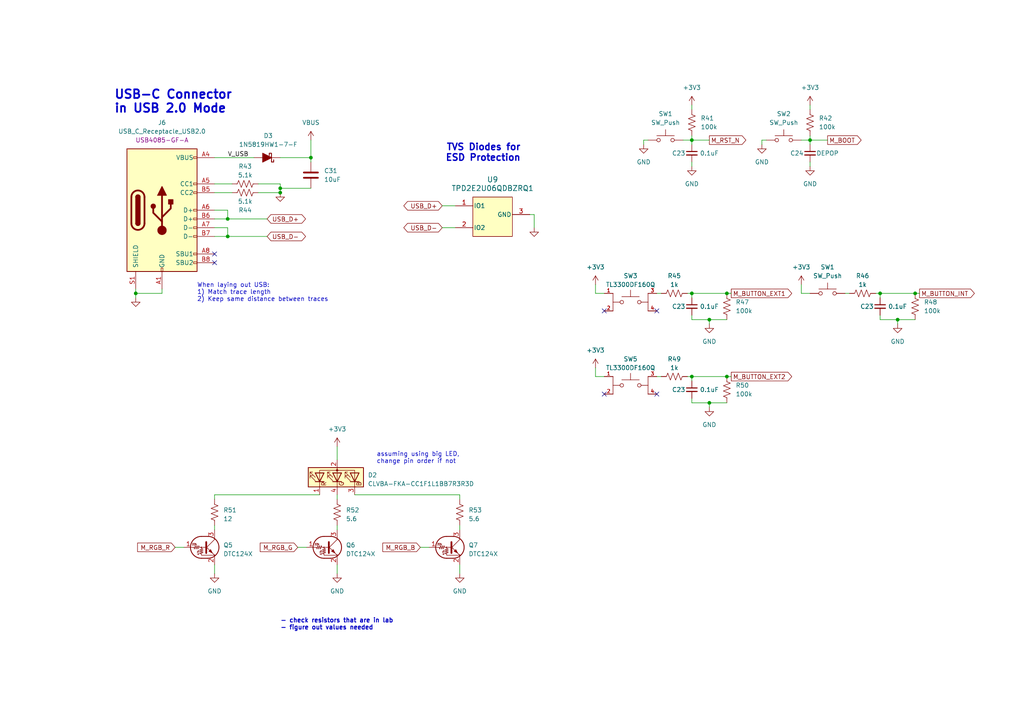
<source format=kicad_sch>
(kicad_sch (version 20230121) (generator eeschema)
  (paper "A4")
  (title_block (title "BoardLock Schematic") (rev "Rev1") (company "Schetmatic"))
  (lib_symbols
    (symbol "Connector:USB_C_Receptacle_USB2.0" (pin_names (offset 1.016))
      (property "Reference" "J?" (at 0 25.4 0))
      (property "Value" "USB_C_Receptacle_USB2.0" (at 0 22.86 0))
      (property "MFN Part #" "DX07S016JA1R1500" (at 0 20.32 0))
      (symbol "USB_C_Receptacle_USB2.0_0_0"
        (rectangle (start -0.254 -17.78) (end 0.254 -16.764))
        (rectangle (start 10.16 -14.986) (end 9.144 -15.494))
        (rectangle (start 10.16 -12.446) (end 9.144 -12.954))
        (rectangle (start 10.16 -7.366) (end 9.144 -7.874))
        (rectangle (start 10.16 -4.826) (end 9.144 -5.334))
        (rectangle (start 10.16 -2.286) (end 9.144 -2.794))
        (rectangle (start 10.16 0.254) (end 9.144 -0.254))
        (rectangle (start 10.16 5.334) (end 9.144 4.826))
        (rectangle (start 10.16 7.874) (end 9.144 7.366))
        (rectangle (start 10.16 15.494) (end 9.144 14.986))
      )
      (symbol "USB_C_Receptacle_USB2.0_0_1"
        (rectangle (start -10.16 17.78) (end 10.16 -17.78) (stroke (width 0.254)) (fill (type background)))
        (arc (start -8.89 -3.81) (mid -6.985 -5.7067) (end -5.08 -3.81) (stroke (width 0.508)))
        (arc (start -7.62 -3.81) (mid -6.985 -4.4423) (end -6.35 -3.81) (stroke (width 0.254)))
        (arc (start -7.62 -3.81) (mid -6.985 -4.4423) (end -6.35 -3.81) (stroke (width 0.254)) (fill (type outline)))
        (rectangle (start -7.62 -3.81) (end -6.35 3.81) (stroke (width 0.254)) (fill (type outline)))
        (arc (start -6.35 3.81) (mid -6.985 4.4423) (end -7.62 3.81) (stroke (width 0.254)))
        (arc (start -6.35 3.81) (mid -6.985 4.4423) (end -7.62 3.81) (stroke (width 0.254)) (fill (type outline)))
        (arc (start -5.08 3.81) (mid -6.985 5.7067) (end -8.89 3.81) (stroke (width 0.508)))
        (circle (center -2.54 1.143) (radius 0.635) (stroke (width 0.254)) (fill (type outline)))
        (circle (center 0 -5.842) (radius 1.27) (fill (type outline)))
        (polyline (pts (xy -8.89 -3.81) (xy -8.89 3.81)) (stroke (width 0.508)))
        (polyline (pts (xy -5.08 3.81) (xy -5.08 -3.81)) (stroke (width 0.508)))
        (polyline (pts (xy 0 -5.842) (xy 0 4.318)) (stroke (width 0.508)))
        (polyline (pts (xy 0 -3.302) (xy -2.54 -0.762) (xy -2.54 0.508)) (stroke (width 0.508)))
        (polyline (pts (xy 0 -2.032) (xy 2.54 0.508) (xy 2.54 1.778)) (stroke (width 0.508)))
        (polyline (pts (xy -1.27 4.318) (xy 0 6.858) (xy 1.27 4.318) (xy -1.27 4.318)) (stroke (width 0.254)) (fill (type outline)))
        (rectangle (start 1.905 1.778) (end 3.175 3.048) (stroke (width 0.254)) (fill (type outline)))
      )
      (symbol "USB_C_Receptacle_USB2.0_1_1"
        (pin passive line (at 0 -22.86 90) (length 5.08) (name "GND") (number "A1"))
        (pin passive line (at 0 -22.86 90) (length 5.08) hide (name "GND") (number "A12"))
        (pin passive line (at 15.24 15.24 180) (length 5.08) (name "VBUS") (number "A4"))
        (pin bidirectional line (at 15.24 7.62 180) (length 5.08) (name "CC1") (number "A5"))
        (pin bidirectional line (at 15.24 0 180) (length 5.08) (name "D+") (number "A6"))
        (pin bidirectional line (at 15.24 -5.08 180) (length 5.08) (name "D-") (number "A7"))
        (pin bidirectional line (at 15.24 -12.7 180) (length 5.08) (name "SBU1") (number "A8"))
        (pin passive line (at 15.24 15.24 180) (length 5.08) hide (name "VBUS") (number "A9"))
        (pin passive line (at 0 -22.86 90) (length 5.08) hide (name "GND") (number "B1"))
        (pin passive line (at 0 -22.86 90) (length 5.08) hide (name "GND") (number "B12"))
        (pin passive line (at 15.24 15.24 180) (length 5.08) hide (name "VBUS") (number "B4"))
        (pin bidirectional line (at 15.24 5.08 180) (length 5.08) (name "CC2") (number "B5"))
        (pin bidirectional line (at 15.24 -2.54 180) (length 5.08) (name "D+") (number "B6"))
        (pin bidirectional line (at 15.24 -7.62 180) (length 5.08) (name "D-") (number "B7"))
        (pin bidirectional line (at 15.24 -15.24 180) (length 5.08) (name "SBU2") (number "B8"))
        (pin passive line (at 15.24 15.24 180) (length 5.08) hide (name "VBUS") (number "B9"))
        (pin passive line (at -7.62 -22.86 90) (length 5.08) (name "SHIELD") (number "S1"))
      )
    )
    (symbol "Device:C" (pin_numbers hide) (pin_names (offset 0.254))
      (property "Reference" "C" (at 0.635 2.54 0))
      (property "Value" "C" (at 0.635 -2.54 0))
      (symbol "C_0_1"
        (polyline (pts (xy -2.032 -0.762) (xy 2.032 -0.762)) (stroke (width 0.508)))
        (polyline (pts (xy -2.032 0.762) (xy 2.032 0.762)) (stroke (width 0.508)))
      )
      (symbol "C_1_1"
        (pin passive line (at 0 3.81 270) (length 2.794) (name "~") (number "1"))
        (pin passive line (at 0 -3.81 90) (length 2.794) (name "~") (number "2"))
      )
    )
    (symbol "Device:C_Small" (pin_numbers hide) (pin_names (offset 0.254) hide)
      (property "Reference" "C" (at 0.254 1.778 0))
      (property "Value" "C_Small" (at 0.254 -2.032 0))
      (symbol "C_Small_0_1"
        (polyline (pts (xy -1.524 -0.508) (xy 1.524 -0.508)) (stroke (width 0.3302)))
        (polyline (pts (xy -1.524 0.508) (xy 1.524 0.508)) (stroke (width 0.3048)))
      )
      (symbol "C_Small_1_1"
        (pin passive line (at 0 2.54 270) (length 2.032) (name "~") (number "1"))
        (pin passive line (at 0 -2.54 90) (length 2.032) (name "~") (number "2"))
      )
    )
    (symbol "Device:D_Schottky_Filled" (pin_numbers hide) (pin_names (offset 1.016) hide)
      (property "Reference" "D" (at 0 2.54 0))
      (property "Value" "D_Schottky_Filled" (at 0 -2.54 0))
      (symbol "D_Schottky_Filled_0_1"
        (polyline (pts (xy 1.27 0) (xy -1.27 0)))
        (polyline (pts (xy 1.27 1.27) (xy 1.27 -1.27) (xy -1.27 0) (xy 1.27 1.27)) (stroke (width 0.254)) (fill (type outline)))
        (polyline (pts (xy -1.905 0.635) (xy -1.905 1.27) (xy -1.27 1.27) (xy -1.27 -1.27) (xy -0.635 -1.27) (xy -0.635 -0.635)) (stroke (width 0.254)))
      )
      (symbol "D_Schottky_Filled_1_1"
        (pin passive line (at -3.81 0 0) (length 2.54) (name "K") (number "1"))
        (pin passive line (at 3.81 0 180) (length 2.54) (name "A") (number "2"))
      )
    )
    (symbol "Device:LED_RABG" (pin_names (offset 0) hide)
      (property "Reference" "D" (at 0 9.398 0))
      (property "Value" "LED_RABG" (at 0 -8.89 0))
      (symbol "LED_RABG_0_0"
        (text "B" (at -1.905 -6.35 0) (effects (font (size 1.27 1.27))))
        (text "G" (at -1.905 -1.27 0) (effects (font (size 1.27 1.27))))
        (text "R" (at -1.905 3.81 0) (effects (font (size 1.27 1.27))))
      )
      (symbol "LED_RABG_0_1"
        (polyline (pts (xy -1.27 -5.08) (xy -2.54 -5.08)))
        (polyline (pts (xy -1.27 -5.08) (xy 1.27 -5.08)))
        (polyline (pts (xy -1.27 -3.81) (xy -1.27 -6.35)) (stroke (width 0.254)))
        (polyline (pts (xy -1.27 0) (xy -2.54 0)))
        (polyline (pts (xy -1.27 1.27) (xy -1.27 -1.27)) (stroke (width 0.254)))
        (polyline (pts (xy -1.27 5.08) (xy -2.54 5.08)))
        (polyline (pts (xy -1.27 5.08) (xy 1.27 5.08)))
        (polyline (pts (xy -1.27 6.35) (xy -1.27 3.81)) (stroke (width 0.254)))
        (polyline (pts (xy 1.27 0) (xy -1.27 0)))
        (polyline (pts (xy 1.27 0) (xy 2.54 0)))
        (polyline (pts (xy -1.27 1.27) (xy -1.27 -1.27) (xy -1.27 -1.27)))
        (polyline (pts (xy -1.27 6.35) (xy -1.27 3.81) (xy -1.27 3.81)))
        (polyline (pts (xy 1.27 -5.08) (xy 2.032 -5.08) (xy 2.032 5.08) (xy 1.27 5.08)))
        (polyline (pts (xy 1.27 -3.81) (xy 1.27 -6.35) (xy -1.27 -5.08) (xy 1.27 -3.81)) (stroke (width 0.254)))
        (polyline (pts (xy 1.27 1.27) (xy 1.27 -1.27) (xy -1.27 0) (xy 1.27 1.27)) (stroke (width 0.254)))
        (polyline (pts (xy 1.27 6.35) (xy 1.27 3.81) (xy -1.27 5.08) (xy 1.27 6.35)) (stroke (width 0.254)))
        (polyline (pts (xy -1.016 -3.81) (xy 0.508 -2.286) (xy -0.254 -2.286) (xy 0.508 -2.286) (xy 0.508 -3.048)))
        (polyline (pts (xy -1.016 1.27) (xy 0.508 2.794) (xy -0.254 2.794) (xy 0.508 2.794) (xy 0.508 2.032)))
        (polyline (pts (xy -1.016 6.35) (xy 0.508 7.874) (xy -0.254 7.874) (xy 0.508 7.874) (xy 0.508 7.112)))
        (polyline (pts (xy 0 -3.81) (xy 1.524 -2.286) (xy 0.762 -2.286) (xy 1.524 -2.286) (xy 1.524 -3.048)))
        (polyline (pts (xy 0 1.27) (xy 1.524 2.794) (xy 0.762 2.794) (xy 1.524 2.794) (xy 1.524 2.032)))
        (polyline (pts (xy 0 6.35) (xy 1.524 7.874) (xy 0.762 7.874) (xy 1.524 7.874) (xy 1.524 7.112)))
        (rectangle (start 1.27 -1.27) (end 1.27 1.27))
        (rectangle (start 1.27 1.27) (end 1.27 1.27))
        (rectangle (start 1.27 3.81) (end 1.27 6.35))
        (rectangle (start 1.27 6.35) (end 1.27 6.35))
        (circle (center 2.032 0) (radius 0.254) (fill (type outline)))
        (rectangle (start 2.794 8.382) (end -2.794 -7.62) (stroke (width 0.254)) (fill (type background)))
      )
      (symbol "LED_RABG_1_1"
        (pin passive line (at -5.08 5.08 0) (length 2.54) (name "RK") (number "1"))
        (pin passive line (at 5.08 0 180) (length 2.54) (name "A") (number "2"))
        (pin passive line (at -5.08 -5.08 0) (length 2.54) (name "BK") (number "3"))
        (pin passive line (at -5.08 0 0) (length 2.54) (name "GK") (number "4"))
      )
    )
    (symbol "Device:R_US" (pin_numbers hide) (pin_names (offset 0))
      (property "Reference" "R" (at 2.54 0 90))
      (property "Value" "R_US" (at -2.54 0 90))
      (symbol "R_US_0_1"
        (polyline (pts (xy 0 -2.286) (xy 0 -2.54)))
        (polyline (pts (xy 0 2.286) (xy 0 2.54)))
        (polyline (pts (xy 0 -0.762) (xy 1.016 -1.143) (xy 0 -1.524) (xy -1.016 -1.905) (xy 0 -2.286)))
        (polyline (pts (xy 0 0.762) (xy 1.016 0.381) (xy 0 0) (xy -1.016 -0.381) (xy 0 -0.762)))
        (polyline (pts (xy 0 2.286) (xy 1.016 1.905) (xy 0 1.524) (xy -1.016 1.143) (xy 0 0.762)))
      )
      (symbol "R_US_1_1"
        (pin passive line (at 0 3.81 270) (length 1.27) (name "~") (number "1"))
        (pin passive line (at 0 -3.81 90) (length 1.27) (name "~") (number "2"))
      )
    )
    (symbol "Switch:SW_Push" (pin_numbers hide) (pin_names (offset 1.016) hide)
      (property "Reference" "SW" (at 1.27 2.54 0))
      (property "Value" "SW_Push" (at 0 -1.524 0))
      (symbol "SW_Push_0_1"
        (circle (center -2.032 0) (radius 0.508))
        (polyline (pts (xy 0 1.27) (xy 0 3.048)))
        (polyline (pts (xy 2.54 1.27) (xy -2.54 1.27)))
        (circle (center 2.032 0) (radius 0.508))
        (pin passive line (at -5.08 0 0) (length 2.54) (name "1") (number "1"))
        (pin passive line (at 5.08 0 180) (length 2.54) (name "2") (number "2"))
      )
    )
    (symbol "TL3300DF160Q:TL3300DF160Q" (pin_names (offset 1.016))
      (property "Reference" "S" (at -5.08 5.08 0))
      (property "Value" "TL3300DF160Q" (at -5.08 -5.08 0))
      (symbol "TL3300DF160Q_0_0"
        (circle (center -2.54 0) (radius 0.508) (stroke (width 0.1524)))
        (polyline (pts (xy -5.08 0) (xy -3.048 0)) (stroke (width 0.1524)))
        (polyline (pts (xy -5.08 2.54) (xy -5.08 -2.54)) (stroke (width 0.1524)))
        (polyline (pts (xy -2.54 1.5875) (xy 0 1.5875)) (stroke (width 0.1524)))
        (polyline (pts (xy 0 1.5875) (xy 0 3.4925)) (stroke (width 0.1524)))
        (polyline (pts (xy 0 1.5875) (xy 2.54 1.5875)) (stroke (width 0.1524)))
        (polyline (pts (xy 5.08 0) (xy 3.048 0)) (stroke (width 0.1524)))
        (polyline (pts (xy 5.08 2.54) (xy 5.08 -2.54)) (stroke (width 0.1524)))
        (circle (center 2.54 0) (radius 0.508) (stroke (width 0.1524)))
        (pin passive line (at -7.62 2.54 0) (length 2.54) (name "~") (number "1"))
        (pin passive line (at -7.62 -2.54 0) (length 2.54) (name "~") (number "2"))
        (pin passive line (at 7.62 2.54 180) (length 2.54) (name "~") (number "3"))
        (pin passive line (at 7.62 -2.54 180) (length 2.54) (name "~") (number "4"))
      )
    )
    (symbol "TPD2E2U06QDBZRQ1:TPD2E2U06QDBZRQ1" (pin_names (offset 0.254))
      (property "Reference" "U" (at -5.08 7.62 0))
      (property "Value" "TPD2E2U06QDBZRQ1" (at 0 -13.97 0))
      (symbol "TPD2E2U06QDBZRQ1_0_1"
        (polyline (pts (xy -5.08 -6.35) (xy 6.35 -6.35)) (stroke (width 0.1016)))
        (polyline (pts (xy -5.08 5.08) (xy -5.08 -6.35)) (stroke (width 0.1016)))
        (polyline (pts (xy 6.35 5.08) (xy -5.08 5.08)) (stroke (width 0.1016)))
        (pin unspecified line (at -10.16 2.54 0) (length 5.08) (name "IO1") (number "1"))
        (pin unspecified line (at -10.16 -3.81 0) (length 5.08) (name "IO2") (number "2"))
        (pin power_in line (at 11.43 0 180) (length 5.08) (name "GND") (number "3"))
      )
      (symbol "TPD2E2U06QDBZRQ1_1_1"
        (rectangle (start -5.08 5.08) (end 6.35 -6.35) (fill (type background)))
        (polyline (pts (xy 6.35 -6.35) (xy 6.35 5.08)) (stroke (width 0.1016)))
      )
    )
    (symbol "Transistor_BJT:DTC124X" (pin_names (offset 0) hide)
      (property "Reference" "Q" (at 5.08 1.905 0))
      (property "Value" "DTC124X" (at 5.08 0 0))
      (symbol "DTC124X_0_0"
        (text "22k" (at -3.302 0.889 0) (effects (font (size 0.508 0.508))))
        (text "47k" (at -2.159 -1.524 900) (effects (font (size 0.508 0.508))))
      )
      (symbol "DTC124X_0_1"
        (circle (center -1.27 0) (radius 0.127))
        (arc (start -1.27 3.175) (mid -4.4312 0) (end -1.27 -3.175) (stroke (width 0.254)))
        (polyline (pts (xy -3.429 0) (xy -3.81 0)))
        (polyline (pts (xy -1.27 -3.175) (xy 0.635 -3.175)) (stroke (width 0.254)))
        (polyline (pts (xy -1.27 3.175) (xy 0.635 3.175)) (stroke (width 0.254)))
        (polyline (pts (xy 0 -0.254) (xy 2.54 2.286)))
        (polyline (pts (xy 0.127 1.524) (xy 0.127 -1.651)) (stroke (width 0.508)) (fill (type outline)))
        (polyline (pts (xy 2.54 2.286) (xy 2.54 2.54)))
        (polyline (pts (xy 2.54 -2.286) (xy 0 0.254) (xy 0 0.254)))
        (polyline (pts (xy 0.889 -1.143) (xy 1.397 -0.635) (xy 1.905 -1.651) (xy 0.889 -1.143)) (fill (type outline)))
        (polyline (pts (xy 0 0) (xy -1.905 0) (xy -2.032 0.508) (xy -2.286 -0.508) (xy -2.54 0.508) (xy -2.794 -0.508) (xy -3.048 0.508) (xy -3.302 -0.508) (xy -3.429 0)))
        (polyline (pts (xy -1.27 0) (xy -1.27 -0.381) (xy -0.762 -0.508) (xy -1.778 -0.762) (xy -0.762 -1.016) (xy -1.778 -1.27) (xy -0.762 -1.524) (xy -1.778 -1.778) (xy -1.27 -1.905) (xy -1.27 -2.286) (xy 2.54 -2.286)))
        (arc (start 0.635 -3.175) (mid 3.7962 0) (end 0.635 3.175) (stroke (width 0.254)))
        (circle (center 2.54 -2.286) (radius 0.127))
      )
      (symbol "DTC124X_1_1"
        (pin input line (at -6.35 0 0) (length 2.54) (name "B") (number "1"))
        (pin passive line (at 2.54 -5.08 90) (length 2.54) (name "E") (number "2"))
        (pin passive line (at 2.54 5.08 270) (length 2.54) (name "C") (number "3"))
      )
    )
    (symbol "power:+3V3" (power) (pin_names (offset 0))
      (property "Value" "+3V3" (at 0 3.556 0))
      (symbol "+3V3_0_1"
        (polyline (pts (xy -0.762 1.27) (xy 0 2.54)))
        (polyline (pts (xy 0 0) (xy 0 2.54)))
        (polyline (pts (xy 0 2.54) (xy 0.762 1.27)))
      )
      (symbol "+3V3_1_1"
        (pin power_in line (at 0 0 90) (length 0) hide (name "+3V3") (number "1"))
      )
    )
    (symbol "power:GND" (power) (pin_names (offset 0))
      (property "Value" "GND" (at 0 -3.81 0))
      (symbol "GND_0_1"
        (polyline (pts (xy 0 0) (xy 0 -1.27) (xy 1.27 -1.27) (xy 0 -2.54) (xy -1.27 -1.27) (xy 0 -1.27)))
      )
      (symbol "GND_1_1"
        (pin power_in line (at 0 0 270) (length 0) hide (name "GND") (number "1"))
      )
    )
    (symbol "power:VBUS" (power) (pin_names (offset 0))
      (property "Value" "VBUS" (at 0 3.81 0))
      (symbol "VBUS_0_1"
        (polyline (pts (xy -0.762 1.27) (xy 0 2.54)))
        (polyline (pts (xy 0 0) (xy 0 2.54)))
        (polyline (pts (xy 0 2.54) (xy 0.762 1.27)))
      )
      (symbol "VBUS_1_1"
        (pin power_in line (at 0 0 90) (length 0) hide (name "VBUS") (number "1"))
      )
    )
  )
  (junction (at 81.28 54.61))
  (junction (at 200.66 85.09))
  (junction (at 265.43 85.09))
  (junction (at 205.74 92.71))
  (junction (at 205.74 116.84))
  (junction (at 200.66 40.64))
  (junction (at 90.17 45.72))
  (junction (at 39.37 85.09))
  (junction (at 210.82 109.22))
  (junction (at 81.28 55.88))
  (junction (at 234.95 40.64))
  (junction (at 210.82 85.09))
  (junction (at 200.66 109.22))
  (junction (at 260.35 92.71))
  (junction (at 66.04 63.5))
  (junction (at 66.04 68.58))
  (junction (at 255.27 85.09))
  (no_connect (at 190.5 114.3))
  (no_connect (at 190.5 90.17))
  (no_connect (at 175.26 114.3))
  (no_connect (at 62.23 73.66))
  (no_connect (at 62.23 76.2))
  (no_connect (at 175.26 90.17))
  (wire (pts (xy 200.66 85.09) (xy 210.82 85.09)))
  (wire (pts (xy 50.8 158.75) (xy 53.34 158.75)))
  (wire (pts (xy 154.94 66.04) (xy 154.94 62.23)))
  (wire (pts (xy 255.27 85.09) (xy 265.43 85.09)))
  (wire (pts (xy 39.37 83.82) (xy 39.37 85.09)))
  (wire (pts (xy 205.74 92.71) (xy 210.82 92.71)))
  (wire (pts (xy 199.39 85.09) (xy 200.66 85.09)))
  (wire (pts (xy 74.93 55.88) (xy 81.28 55.88)))
  (wire (pts (xy 199.39 109.22) (xy 200.66 109.22)))
  (wire (pts (xy 254 85.09) (xy 255.27 85.09)))
  (wire (pts (xy 62.23 63.5) (xy 66.04 63.5)))
  (wire (pts (xy 90.17 40.64) (xy 90.17 45.72)))
  (wire (pts (xy 97.79 129.54) (xy 97.79 133.35)))
  (wire (pts (xy 200.66 116.84) (xy 200.66 115.57)))
  (wire (pts (xy 62.23 66.04) (xy 66.04 66.04)))
  (wire (pts (xy 90.17 45.72) (xy 90.17 46.99)))
  (wire (pts (xy 81.28 54.61) (xy 81.28 55.88)))
  (wire (pts (xy 200.66 39.37) (xy 200.66 40.64)))
  (wire (pts (xy 172.72 85.09) (xy 172.72 82.55)))
  (wire (pts (xy 128.27 59.69) (xy 132.08 59.69)))
  (wire (pts (xy 234.95 85.09) (xy 232.41 85.09)))
  (wire (pts (xy 234.95 40.64) (xy 234.95 41.91)))
  (wire (pts (xy 66.04 63.5) (xy 66.04 60.96)))
  (wire (pts (xy 260.35 92.71) (xy 265.43 92.71)))
  (wire (pts (xy 175.26 85.09) (xy 172.72 85.09)))
  (wire (pts (xy 39.37 85.09) (xy 46.99 85.09)))
  (wire (pts (xy 200.66 30.48) (xy 200.66 31.75)))
  (wire (pts (xy 234.95 30.48) (xy 234.95 31.75)))
  (wire (pts (xy 222.25 40.64) (xy 220.98 40.64)))
  (wire (pts (xy 200.66 40.64) (xy 205.74 40.64)))
  (wire (pts (xy 66.04 68.58) (xy 66.04 66.04)))
  (wire (pts (xy 39.37 85.09) (xy 39.37 86.36)))
  (wire (pts (xy 200.66 46.99) (xy 200.66 48.26)))
  (wire (pts (xy 200.66 85.09) (xy 200.66 86.36)))
  (wire (pts (xy 234.95 46.99) (xy 234.95 48.26)))
  (wire (pts (xy 187.96 40.64) (xy 186.69 40.64)))
  (wire (pts (xy 198.12 40.64) (xy 200.66 40.64)))
  (wire (pts (xy 62.23 143.51) (xy 92.71 143.51)))
  (wire (pts (xy 66.04 63.5) (xy 77.47 63.5)))
  (wire (pts (xy 205.74 92.71) (xy 205.74 93.98)))
  (wire (pts (xy 232.41 40.64) (xy 234.95 40.64)))
  (wire (pts (xy 62.23 163.83) (xy 62.23 166.37)))
  (wire (pts (xy 62.23 55.88) (xy 67.31 55.88)))
  (wire (pts (xy 128.27 66.04) (xy 132.08 66.04)))
  (wire (pts (xy 62.23 45.72) (xy 73.66 45.72)))
  (wire (pts (xy 62.23 152.4) (xy 62.23 153.67)))
  (wire (pts (xy 121.92 158.75) (xy 124.46 158.75)))
  (wire (pts (xy 133.35 163.83) (xy 133.35 166.37)))
  (wire (pts (xy 190.5 109.22) (xy 191.77 109.22)))
  (wire (pts (xy 205.74 92.71) (xy 200.66 92.71)))
  (wire (pts (xy 102.87 143.51) (xy 133.35 143.51)))
  (wire (pts (xy 260.35 92.71) (xy 255.27 92.71)))
  (wire (pts (xy 186.69 40.64) (xy 186.69 41.91)))
  (wire (pts (xy 255.27 91.44) (xy 255.27 92.71)))
  (wire (pts (xy 205.74 116.84) (xy 205.74 118.11)))
  (wire (pts (xy 66.04 68.58) (xy 77.47 68.58)))
  (wire (pts (xy 234.95 39.37) (xy 234.95 40.64)))
  (wire (pts (xy 200.66 109.22) (xy 200.66 110.49)))
  (wire (pts (xy 74.93 53.34) (xy 81.28 53.34)))
  (wire (pts (xy 190.5 85.09) (xy 191.77 85.09)))
  (wire (pts (xy 210.82 85.09) (xy 212.09 85.09)))
  (wire (pts (xy 97.79 143.51) (xy 97.79 144.78)))
  (wire (pts (xy 200.66 40.64) (xy 200.66 41.91)))
  (wire (pts (xy 172.72 109.22) (xy 172.72 106.68)))
  (wire (pts (xy 97.79 152.4) (xy 97.79 153.67)))
  (wire (pts (xy 255.27 85.09) (xy 255.27 86.36)))
  (wire (pts (xy 62.23 144.78) (xy 62.23 143.51)))
  (wire (pts (xy 86.36 158.75) (xy 88.9 158.75)))
  (wire (pts (xy 205.74 116.84) (xy 210.82 116.84)))
  (wire (pts (xy 210.82 109.22) (xy 212.09 109.22)))
  (wire (pts (xy 62.23 53.34) (xy 67.31 53.34)))
  (wire (pts (xy 97.79 163.83) (xy 97.79 166.37)))
  (wire (pts (xy 245.11 85.09) (xy 246.38 85.09)))
  (wire (pts (xy 81.28 45.72) (xy 90.17 45.72)))
  (wire (pts (xy 200.66 109.22) (xy 210.82 109.22)))
  (wire (pts (xy 133.35 143.51) (xy 133.35 144.78)))
  (wire (pts (xy 81.28 53.34) (xy 81.28 54.61)))
  (wire (pts (xy 62.23 68.58) (xy 66.04 68.58)))
  (wire (pts (xy 62.23 60.96) (xy 66.04 60.96)))
  (wire (pts (xy 265.43 85.09) (xy 266.7 85.09)))
  (wire (pts (xy 232.41 85.09) (xy 232.41 82.55)))
  (wire (pts (xy 81.28 54.61) (xy 90.17 54.61)))
  (wire (pts (xy 220.98 40.64) (xy 220.98 41.91)))
  (wire (pts (xy 260.35 92.71) (xy 260.35 93.98)))
  (wire (pts (xy 200.66 92.71) (xy 200.66 91.44)))
  (wire (pts (xy 133.35 152.4) (xy 133.35 153.67)))
  (wire (pts (xy 234.95 40.64) (xy 240.03 40.64)))
  (wire (pts (xy 205.74 116.84) (xy 200.66 116.84)))
  (wire (pts (xy 154.94 62.23) (xy 153.67 62.23)))
  (wire (pts (xy 175.26 109.22) (xy 172.72 109.22)))
  (wire (pts (xy 46.99 85.09) (xy 46.99 83.82)))
  (text "- check resistors that are in lab\n- figure out values needed" (at 81.28 182.88 0) (effects (font (size 1.27 1.27) bold) (justify left bottom)))
  (text "TVS Diodes for\nESD Protection" (at 151.13 46.99 0) (effects (font (size 1.905 1.905) (thickness 0.381) bold) (justify right bottom)))
  (text "USB-C Connector\nin USB 2.0 Mode" (at 33.02 33.02 0) (effects (font (size 2.5 2.5) (thickness 0.5) bold) (justify left bottom)))
  (text "When laying out USB:\n1) Match trace length\n2) Keep same distance between traces" (at 57.15 87.63 0) (effects (font (size 1.27 1.27)) (justify left bottom)))
  (text "assuming using big LED,\nchange pin order if not\n" (at 109.22 134.62 0) (effects (font (size 1.27 1.27)) (justify left bottom)))
  (label "V_USB" (at 66.04 45.72 0))
  (global_label "USB_D+" (shape bidirectional) (at 77.47 63.5 0) (property "Intersheetrefs" "${INTERSHEET_REFS}" (effects hide)))
  (global_label "USB_D-" (shape bidirectional) (at 128.27 66.04 180) (property "Intersheetrefs" "${INTERSHEET_REFS}" (effects hide)))
  (global_label "USB_D-" (shape bidirectional) (at 77.47 68.58 0) (property "Intersheetrefs" "${INTERSHEET_REFS}" (effects hide)))
  (global_label "M_RGB_R" (shape input) (at 50.8 158.75 180) (property "Intersheetrefs" "${INTERSHEET_REFS}" (effects hide)))
  (global_label "M_BUTTON_EXT2" (shape output) (at 212.09 109.22 0) (property "Intersheetrefs" "${INTERSHEET_REFS}" (effects hide)))
  (global_label "M_RGB_B" (shape input) (at 121.92 158.75 180) (property "Intersheetrefs" "${INTERSHEET_REFS}" (effects hide)))
  (global_label "USB_D+" (shape bidirectional) (at 128.27 59.69 180) (property "Intersheetrefs" "${INTERSHEET_REFS}" (effects hide)))
  (global_label "M_RGB_G" (shape input) (at 86.36 158.75 180) (property "Intersheetrefs" "${INTERSHEET_REFS}" (effects hide)))
  (global_label "M_RST_N" (shape output) (at 205.74 40.64 0) (property "Intersheetrefs" "${INTERSHEET_REFS}" (effects hide)))
  (global_label "M_BOOT" (shape output) (at 240.03 40.64 0) (property "Intersheetrefs" "${INTERSHEET_REFS}" (effects hide)))
  (global_label "M_BUTTON_EXT1" (shape output) (at 212.09 85.09 0) (property "Intersheetrefs" "${INTERSHEET_REFS}" (effects hide)))
  (global_label "M_BUTTON_INT" (shape output) (at 266.7 85.09 0) (property "Intersheetrefs" "${INTERSHEET_REFS}" (effects hide)))
  (symbol (lib_id "power:GND") (at 260.35 93.98 0) (unit 1)
    (property "Reference" "#PWR064" (effects hide))
    (property "Value" "GND" (at 260.35 99.06 0))
    (instances (project "boardlock" (path "" (reference "#PWR064") (unit 1)) (path "" (reference "#PWR076") (unit 1))))
  )
  (symbol (lib_id "power:+3V3") (at 172.72 106.68 0) (unit 1)
    (property "Reference" "#PWR066" (effects hide))
    (property "Value" "+3V3" (at 172.72 101.6 0))
    (instances (project "boardlock" (path "" (reference "#PWR066") (unit 1)) (path "" (reference "#PWR077") (unit 1))))
  )
  (symbol (lib_id "Device:LED_RABG") (at 97.79 138.43 90) (unit 1)
    (property "Reference" "D2" (at 106.68 137.795 90) (effects (justify right)))
    (property "Value" "CLVBA-FKA-CC1F1L1BB7R3R3D" (at 106.68 140.335 90) (effects (justify right)))
    (property "Footprint" "LED_SMD:LED_Cree-PLCC4_3.2x2.8mm_CCW" (effects hide))
    (instances (project "boardlock" (path "" (reference "D2") (unit 1)) (path "" (reference "D4") (unit 1))))
  )
  (symbol (lib_id "power:GND") (at 39.37 86.36 0) (unit 1)
    (property "Reference" "#PWR074" (effects hide))
    (property "Value" "GND" (effects hide))
  )
  (symbol (lib_id "power:GND") (at 97.79 166.37 0) (unit 1)
    (property "Reference" "#PWR064" (effects hide))
    (property "Value" "GND" (at 97.79 171.45 0))
    (instances (project "boardlock" (path "" (reference "#PWR064") (unit 1)) (path "" (reference "#PWR081") (unit 1))))
  )
  (symbol (lib_id "power:GND") (at 205.74 93.98 0) (unit 1)
    (property "Reference" "#PWR064" (effects hide))
    (property "Value" "GND" (at 205.74 99.06 0))
    (instances (project "boardlock" (path "" (reference "#PWR064") (unit 1)) (path "" (reference "#PWR075") (unit 1))))
  )
  (symbol (lib_id "power:VBUS") (at 90.17 40.64 0) (unit 1)
    (property "Reference" "#PWR065" (effects hide))
    (property "Value" "VBUS" (at 90.17 35.56 0))
  )
  (symbol (lib_id "TL3300DF160Q:TL3300DF160Q") (at 182.88 87.63 0) (unit 1)
    (property "Reference" "SW3" (at 182.88 80.01 0))
    (property "Value" "TL3300DF160Q" (at 182.88 82.55 0))
    (property "Footprint" "TL3300DF160Q:SW_TL3300DF160Q" (effects hide))
    (property "DigiKey_Part_Number" "EG4906TR-ND" (effects hide))
    (property "MF" "E-Switch" (effects hide))
    (property "MAXIMUM_PACKAGE_HEIGHT" "8.5 mm" (effects hide))
    (property "Package" "None" (effects hide))
    (property "Check_prices" "https://www.snapeda.com/parts/TL3300DF160Q/E-Switch/view-part/?ref=eda" (effects hide))
    (property "STANDARD" "Manufacturer Recommendations" (effects hide))
    (property "PARTREV" "A" (effects hide))
    (property "SnapEDA_Link" "https://www.snapeda.com/parts/TL3300DF160Q/E-Switch/view-part/?ref=snap" (effects hide))
    (property "MP" "TL3300DF160Q" (effects hide))
    (property "Purchase-URL" "https://www.snapeda.com/api/url_track_click_mouser/?unipart_id=902663&manufacturer=E-Switch&part_name=TL3300DF160Q&search_term=None" (effects hide))
    (property "Description" "\nTactile Switch, TL3300 Series, SPST-NO, 4.3mm Top Actuated, 0.05A, 12VDC, Gull | E-Switch TL3300DF160Q\n" (effects hide))
    (property "MANUFACTURER" "E-Switch" (effects hide))
    (property "SNAPEDA_PN" "TL3300CF260Q" (effects hide))
  )
  (symbol (lib_id "Device:R_US") (at 71.12 55.88 270) (unit 1)
    (property "Reference" "R44" (at 71.12 60.96 90))
    (property "Value" "5.1k" (at 71.12 58.42 90))
    (property "Footprint" "Resistor_SMD:R_0805_2012Metric_Pad1.20x1.40mm_HandSolder" (effects hide))
  )
  (symbol (lib_id "Device:C_Small") (at 234.95 44.45 0) (unit 1)
    (property "Reference" "C24" (at 231.14 44.45 0))
    (property "Value" "DEPOP" (at 240.03 44.45 0))
    (property "Footprint" "Capacitor_SMD:C_0805_2012Metric_Pad1.18x1.45mm_HandSolder" (effects hide))
    (instances (project "boardlock" (path "" (reference "C24") (unit 1)) (path "" (reference "C30") (unit 1))))
  )
  (symbol (lib_id "Device:R_US") (at 97.79 148.59 0) (unit 1)
    (property "Reference" "R52" (at 100.33 147.955 0) (effects (justify left)))
    (property "Value" "5.6" (at 100.33 150.495 0) (effects (justify left)))
    (property "Footprint" "Resistor_SMD:R_0805_2012Metric_Pad1.20x1.40mm_HandSolder" (effects hide))
  )
  (symbol (lib_id "Device:R_US") (at 195.58 109.22 90) (unit 1)
    (property "Reference" "R49" (at 195.58 104.14 90))
    (property "Value" "1k" (at 195.58 106.68 90))
    (property "Footprint" "Resistor_SMD:R_0805_2012Metric_Pad1.20x1.40mm_HandSolder" (effects hide))
  )
  (symbol (lib_id "Device:C_Small") (at 255.27 88.9 0) (unit 1)
    (property "Reference" "C23" (at 251.46 88.9 0))
    (property "Value" "0.1uF" (at 260.35 88.9 0))
    (property "Footprint" "Capacitor_SMD:C_0805_2012Metric_Pad1.18x1.45mm_HandSolder" (effects hide))
    (instances (project "boardlock" (path "" (reference "C23") (unit 1)) (path "" (reference "C33") (unit 1))))
  )
  (symbol (lib_id "Switch:SW_Push") (at 227.33 40.64 0) (unit 1)
    (property "Reference" "SW2" (at 227.33 33.02 0))
    (property "Value" "SW_Push" (at 227.33 35.56 0))
    (property "Footprint" "Button_Switch_SMD:SW_Push_1P1T_NO_Vertical_Wuerth_434133025816" (effects hide))
  )
  (symbol (lib_id "Device:C_Small") (at 200.66 113.03 0) (unit 1)
    (property "Reference" "C23" (at 196.85 113.03 0))
    (property "Value" "0.1uF" (at 205.74 113.03 0))
    (property "Footprint" "Capacitor_SMD:C_0805_2012Metric_Pad1.18x1.45mm_HandSolder" (effects hide))
    (instances (project "boardlock" (path "" (reference "C23") (unit 1)) (path "" (reference "C34") (unit 1))))
  )
  (symbol (lib_id "Device:R_US") (at 210.82 113.03 180) (unit 1)
    (property "Reference" "R50" (at 213.36 111.76 0) (effects (justify right)))
    (property "Value" "100k" (at 213.36 114.3 0) (effects (justify right)))
    (property "Footprint" "Resistor_SMD:R_0805_2012Metric_Pad1.20x1.40mm_HandSolder" (effects hide))
  )
  (symbol (lib_id "Device:R_US") (at 195.58 85.09 90) (unit 1)
    (property "Reference" "R45" (at 195.58 80.01 90))
    (property "Value" "1k" (at 195.58 82.55 90))
    (property "Footprint" "Resistor_SMD:R_0805_2012Metric_Pad1.20x1.40mm_HandSolder" (effects hide))
  )
  (symbol (lib_id "power:+3V3") (at 232.41 82.55 0) (unit 1)
    (property "Reference" "#PWR066" (effects hide))
    (property "Value" "+3V3" (at 232.41 77.47 0))
    (instances (project "boardlock" (path "" (reference "#PWR066") (unit 1)) (path "" (reference "#PWR073") (unit 1))))
  )
  (symbol (lib_id "power:GND") (at 205.74 118.11 0) (unit 1)
    (property "Reference" "#PWR064" (effects hide))
    (property "Value" "GND" (at 205.74 123.19 0))
    (instances (project "boardlock" (path "" (reference "#PWR064") (unit 1)) (path "" (reference "#PWR078") (unit 1))))
  )
  (symbol (lib_id "power:+3V3") (at 200.66 30.48 0) (unit 1)
    (property "Reference" "#PWR065" (effects hide))
    (property "Value" "+3V3" (at 200.66 25.4 0))
    (instances (project "boardlock" (path "" (reference "#PWR065") (unit 1)) (path "" (reference "#PWR063") (unit 1))))
  )
  (symbol (lib_id "Device:R_US") (at 234.95 35.56 0) (unit 1)
    (property "Reference" "R42" (at 237.49 34.29 0) (effects (justify left)))
    (property "Value" "100k" (at 237.49 36.83 0) (effects (justify left)))
    (property "Footprint" "Resistor_SMD:R_0805_2012Metric_Pad1.20x1.40mm_HandSolder" (effects hide))
  )
  (symbol (lib_id "Device:C_Small") (at 200.66 44.45 0) (unit 1)
    (property "Reference" "C23" (at 196.85 44.45 0))
    (property "Value" "0.1uF" (at 205.74 44.45 0))
    (property "Footprint" "Capacitor_SMD:C_0805_2012Metric_Pad1.18x1.45mm_HandSolder" (effects hide))
    (instances (project "boardlock" (path "" (reference "C23") (unit 1)) (path "" (reference "C29") (unit 1))))
  )
  (symbol (lib_id "Device:C_Small") (at 200.66 88.9 0) (unit 1)
    (property "Reference" "C23" (at 196.85 88.9 0))
    (property "Value" "0.1uF" (at 205.74 88.9 0))
    (property "Footprint" "Capacitor_SMD:C_0805_2012Metric_Pad1.18x1.45mm_HandSolder" (effects hide))
    (instances (project "boardlock" (path "" (reference "C23") (unit 1)) (path "" (reference "C32") (unit 1))))
  )
  (symbol (lib_id "Device:R_US") (at 71.12 53.34 90) (unit 1)
    (property "Reference" "R43" (at 71.12 48.26 90))
    (property "Value" "5.1k" (at 71.12 50.8 90))
    (property "Footprint" "Resistor_SMD:R_0805_2012Metric_Pad1.20x1.40mm_HandSolder" (effects hide))
  )
  (symbol (lib_id "Transistor_BJT:DTC124X") (at 59.69 158.75 0) (unit 1)
    (property "Reference" "Q5" (at 64.77 158.115 0) (effects (justify left)))
    (property "Value" "DTC124X" (at 64.77 160.655 0) (effects (justify left)))
    (property "Footprint" "Package_TO_SOT_SMD:SOT-23_Handsoldering" (effects hide))
  )
  (symbol (lib_id "Device:C") (at 90.17 50.8 0) (unit 1)
    (property "Reference" "C31" (at 93.98 49.53 0) (effects (justify left)))
    (property "Value" "10uF" (at 93.98 52.07 0) (effects (justify left)))
    (property "Footprint" "Capacitor_SMD:C_0805_2012Metric_Pad1.18x1.45mm_HandSolder" (effects hide))
  )
  (symbol (lib_id "power:GND") (at 200.66 48.26 0) (unit 1)
    (property "Reference" "#PWR064" (effects hide))
    (property "Value" "GND" (at 200.66 53.34 0))
    (instances (project "boardlock" (path "" (reference "#PWR064") (unit 1)) (path "" (reference "#PWR068") (unit 1))))
  )
  (symbol (lib_id "Transistor_BJT:DTC124X") (at 95.25 158.75 0) (unit 1)
    (property "Reference" "Q6" (at 100.33 158.115 0) (effects (justify left)))
    (property "Value" "DTC124X" (at 100.33 160.655 0) (effects (justify left)))
    (property "Footprint" "Package_TO_SOT_SMD:SOT-23_Handsoldering" (effects hide))
  )
  (symbol (lib_id "power:+3V3") (at 234.95 30.48 0) (unit 1)
    (property "Reference" "#PWR065" (effects hide))
    (property "Value" "+3V3" (at 234.95 25.4 0))
    (instances (project "boardlock" (path "" (reference "#PWR065") (unit 1)) (path "" (reference "#PWR064") (unit 1))))
  )
  (symbol (lib_id "power:+3V3") (at 172.72 82.55 0) (unit 1)
    (property "Reference" "#PWR066" (effects hide))
    (property "Value" "+3V3" (at 172.72 77.47 0))
    (instances (project "boardlock" (path "" (reference "#PWR066") (unit 1)) (path "" (reference "#PWR072") (unit 1))))
  )
  (symbol (lib_id "Switch:SW_Push") (at 240.03 85.09 0) (unit 1)
    (property "Reference" "SW1" (at 240.03 77.47 0))
    (property "Value" "SW_Push" (at 240.03 80.01 0))
    (property "Footprint" "Button_Switch_SMD:SW_Push_1P1T_NO_Vertical_Wuerth_434133025816" (effects hide))
    (instances (project "boardlock" (path "" (reference "SW1") (unit 1)) (path "" (reference "SW4") (unit 1))))
  )
  (symbol (lib_id "power:GND") (at 234.95 48.26 0) (unit 1)
    (property "Reference" "#PWR068" (effects hide))
    (property "Value" "GND" (at 234.95 53.34 0))
    (instances (project "boardlock" (path "" (reference "#PWR068") (unit 1)) (path "" (reference "#PWR069") (unit 1))))
  )
  (symbol (lib_id "Device:R_US") (at 133.35 148.59 0) (unit 1)
    (property "Reference" "R53" (at 135.89 147.955 0) (effects (justify left)))
    (property "Value" "5.6" (at 135.89 150.495 0) (effects (justify left)))
    (property "Footprint" "Resistor_SMD:R_0805_2012Metric_Pad1.20x1.40mm_HandSolder" (effects hide))
  )
  (symbol (lib_id "Device:R_US") (at 200.66 35.56 0) (unit 1)
    (property "Reference" "R41" (at 203.2 34.29 0) (effects (justify left)))
    (property "Value" "100k" (at 203.2 36.83 0) (effects (justify left)))
    (property "Footprint" "Resistor_SMD:R_0805_2012Metric_Pad1.20x1.40mm_HandSolder" (effects hide))
  )
  (symbol (lib_id "power:GND") (at 220.98 41.91 0) (unit 1)
    (property "Reference" "#PWR067" (effects hide))
    (property "Value" "GND" (at 220.98 46.99 0))
  )
  (symbol (lib_id "TPD2E2U06QDBZRQ1:TPD2E2U06QDBZRQ1") (at 142.24 62.23 0) (unit 1)
    (property "Reference" "U9" (at 142.875 52.07 0) (effects (font (size 1.524 1.524))))
    (property "Value" "TPD2E2U06QDBZRQ1" (at 142.875 54.61 0) (effects (font (size 1.524 1.524))))
    (property "Footprint" "TPD2E2U06QDBZRQ1:DBZ0003A_N" (effects hide))
    (property "Datasheet" "TPD2E2U06QDBZRQ1" (effects hide))
  )
  (symbol (lib_id "power:GND") (at 154.94 66.04 0) (unit 1)
    (property "Reference" "#PWR035" (effects hide))
    (property "Value" "GND" (effects hide))
  )
  (symbol (lib_id "Transistor_BJT:DTC124X") (at 130.81 158.75 0) (unit 1)
    (property "Reference" "Q7" (at 135.89 158.115 0) (effects (justify left)))
    (property "Value" "DTC124X" (at 135.89 160.655 0) (effects (justify left)))
    (property "Footprint" "Package_TO_SOT_SMD:SOT-23_Handsoldering" (effects hide))
  )
  (symbol (lib_id "Switch:SW_Push") (at 193.04 40.64 0) (unit 1)
    (property "Reference" "SW1" (at 193.04 33.02 0))
    (property "Value" "SW_Push" (at 193.04 35.56 0))
    (property "Footprint" "Button_Switch_SMD:SW_Push_1P1T_NO_Vertical_Wuerth_434133025816" (effects hide))
  )
  (symbol (lib_id "power:GND") (at 186.69 41.91 0) (unit 1)
    (property "Reference" "#PWR063" (effects hide))
    (property "Value" "GND" (at 186.69 46.99 0))
    (instances (project "boardlock" (path "" (reference "#PWR063") (unit 1)) (path "" (reference "#PWR066") (unit 1))))
  )
  (symbol (lib_id "Device:R_US") (at 210.82 88.9 180) (unit 1)
    (property "Reference" "R47" (at 213.36 87.63 0) (effects (justify right)))
    (property "Value" "100k" (at 213.36 90.17 0) (effects (justify right)))
    (property "Footprint" "Resistor_SMD:R_0805_2012Metric_Pad1.20x1.40mm_HandSolder" (effects hide))
  )
  (symbol (lib_id "Device:R_US") (at 62.23 148.59 0) (unit 1)
    (property "Reference" "R51" (at 64.77 147.955 0) (effects (justify left)))
    (property "Value" "12" (at 64.77 150.495 0) (effects (justify left)))
    (property "Footprint" "Resistor_SMD:R_0805_2012Metric_Pad1.20x1.40mm_HandSolder" (effects hide))
  )
  (symbol (lib_id "power:GND") (at 62.23 166.37 0) (unit 1)
    (property "Reference" "#PWR064" (effects hide))
    (property "Value" "GND" (at 62.23 171.45 0))
    (instances (project "boardlock" (path "" (reference "#PWR064") (unit 1)) (path "" (reference "#PWR080") (unit 1))))
  )
  (symbol (lib_id "TL3300DF160Q:TL3300DF160Q") (at 182.88 111.76 0) (unit 1)
    (property "Reference" "SW5" (at 182.88 104.14 0))
    (property "Value" "TL3300DF160Q" (at 182.88 106.68 0))
    (property "Footprint" "TL3300DF160Q:SW_TL3300DF160Q" (effects hide))
    (property "DigiKey_Part_Number" "EG4906TR-ND" (effects hide))
    (property "MF" "E-Switch" (effects hide))
    (property "MAXIMUM_PACKAGE_HEIGHT" "8.5 mm" (effects hide))
    (property "Package" "None" (effects hide))
    (property "Check_prices" "https://www.snapeda.com/parts/TL3300DF160Q/E-Switch/view-part/?ref=eda" (effects hide))
    (property "STANDARD" "Manufacturer Recommendations" (effects hide))
    (property "PARTREV" "A" (effects hide))
    (property "SnapEDA_Link" "https://www.snapeda.com/parts/TL3300DF160Q/E-Switch/view-part/?ref=snap" (effects hide))
    (property "MP" "TL3300DF160Q" (effects hide))
    (property "Purchase-URL" "https://www.snapeda.com/api/url_track_click_mouser/?unipart_id=902663&manufacturer=E-Switch&part_name=TL3300DF160Q&search_term=None" (effects hide))
    (property "Description" "\nTactile Switch, TL3300 Series, SPST-NO, 4.3mm Top Actuated, 0.05A, 12VDC, Gull | E-Switch TL3300DF160Q\n" (effects hide))
    (property "MANUFACTURER" "E-Switch" (effects hide))
    (property "SNAPEDA_PN" "TL3300CF260Q" (effects hide))
  )
  (symbol (lib_id "power:GND") (at 133.35 166.37 0) (unit 1)
    (property "Reference" "#PWR064" (effects hide))
    (property "Value" "GND" (at 133.35 171.45 0))
    (instances (project "boardlock" (path "" (reference "#PWR064") (unit 1)) (path "" (reference "#PWR082") (unit 1))))
  )
  (symbol (lib_id "power:+3V3") (at 97.79 129.54 0) (unit 1)
    (property "Reference" "#PWR048" (effects hide))
    (property "Value" "+3V3" (at 97.79 124.46 0))
    (instances (project "boardlock" (path "" (reference "#PWR048") (unit 1)) (path "" (reference "#PWR055") (unit 1)) (path "" (reference "#PWR079") (unit 1))))
  )
  (symbol (lib_id "Device:R_US") (at 265.43 88.9 180) (unit 1)
    (property "Reference" "R48" (at 267.97 87.63 0) (effects (justify right)))
    (property "Value" "100k" (at 267.97 90.17 0) (effects (justify right)))
    (property "Footprint" "Resistor_SMD:R_0805_2012Metric_Pad1.20x1.40mm_HandSolder" (effects hide))
  )
  (symbol (lib_id "power:GND") (at 81.28 55.88 0) (unit 1)
    (property "Reference" "#PWR070" (effects hide))
    (property "Value" "GND" (effects hide))
  )
  (symbol (lib_id "Device:D_Schottky_Filled") (at 77.47 45.72 180) (unit 1)
    (property "Reference" "D3" (at 77.7875 39.37 0))
    (property "Value" "1N5819HW1-7-F" (at 77.7875 41.91 0))
    (property "Footprint" "Diode_SMD:D_SOD-123" (effects hide))
    (property "MF" "Diodes Incorporated" (effects hide))
  )
  (symbol (lib_id "Connector:USB_C_Receptacle_USB2.0") (at 46.99 60.96 0) (unit 1)
    (property "Reference" "J6" (at 46.99 35.56 0))
    (property "Value" "USB_C_Receptacle_USB2.0" (at 46.99 38.1 0))
    (property "Footprint" "Connector_USB:USB_C_Receptacle_GCT_USB4085" (effects hide))
    (property "Datasheet" "https://www.digikey.com/en/products/detail/gct/USB4085-GF-A/9859662" (effects hide))
    (property "MFN Part #" "USB4085-GF-A" (at 46.99 40.64 0))
  )
  (symbol (lib_id "Device:R_US") (at 250.19 85.09 90) (unit 1)
    (property "Reference" "R46" (at 250.19 80.01 90))
    (property "Value" "1k" (at 250.19 82.55 90))
    (property "Footprint" "Resistor_SMD:R_0805_2012Metric_Pad1.20x1.40mm_HandSolder" (effects hide))
  )
)
</source>
